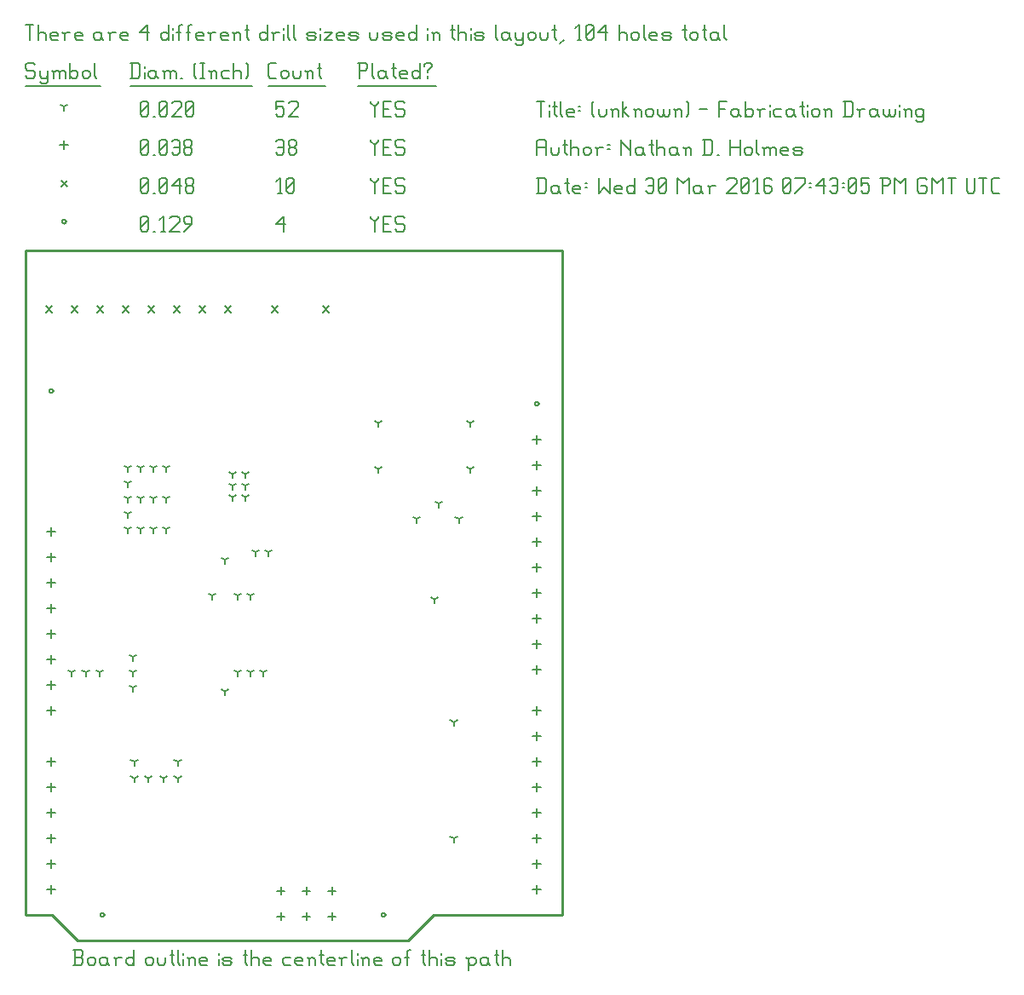
<source format=gbr>
G04 start of page 12 for group -3984 idx -3984 *
G04 Title: (unknown), fab *
G04 Creator: pcb 20140316 *
G04 CreationDate: Wed 30 Mar 2016 07:43:05 PM GMT UTC *
G04 For: ndholmes *
G04 Format: Gerber/RS-274X *
G04 PCB-Dimensions (mil): 2100.00 2700.00 *
G04 PCB-Coordinate-Origin: lower left *
%MOIN*%
%FSLAX25Y25*%
%LNFAB*%
%ADD79C,0.0100*%
%ADD78C,0.0060*%
%ADD77R,0.0080X0.0080*%
G54D77*X139200Y10000D02*G75*G03X140800Y10000I800J0D01*G01*
G75*G03X139200Y10000I-800J0D01*G01*
X199200Y210000D02*G75*G03X200800Y210000I800J0D01*G01*
G75*G03X199200Y210000I-800J0D01*G01*
X9200Y215000D02*G75*G03X10800Y215000I800J0D01*G01*
G75*G03X9200Y215000I-800J0D01*G01*
X29200Y10000D02*G75*G03X30800Y10000I800J0D01*G01*
G75*G03X29200Y10000I-800J0D01*G01*
X14200Y281250D02*G75*G03X15800Y281250I800J0D01*G01*
G75*G03X14200Y281250I-800J0D01*G01*
G54D78*X135000Y283500D02*Y282750D01*
X136500Y281250D01*
X138000Y282750D01*
Y283500D02*Y282750D01*
X136500Y281250D02*Y277500D01*
X139800Y280500D02*X142050D01*
X139800Y277500D02*X142800D01*
X139800Y283500D02*Y277500D01*
Y283500D02*X142800D01*
X147600D02*X148350Y282750D01*
X145350Y283500D02*X147600D01*
X144600Y282750D02*X145350Y283500D01*
X144600Y282750D02*Y281250D01*
X145350Y280500D01*
X147600D01*
X148350Y279750D01*
Y278250D01*
X147600Y277500D02*X148350Y278250D01*
X145350Y277500D02*X147600D01*
X144600Y278250D02*X145350Y277500D01*
X98000Y280500D02*X101000Y283500D01*
X98000Y280500D02*X101750D01*
X101000Y283500D02*Y277500D01*
X45000Y278250D02*X45750Y277500D01*
X45000Y282750D02*Y278250D01*
Y282750D02*X45750Y283500D01*
X47250D01*
X48000Y282750D01*
Y278250D01*
X47250Y277500D02*X48000Y278250D01*
X45750Y277500D02*X47250D01*
X45000Y279000D02*X48000Y282000D01*
X49800Y277500D02*X50550D01*
X53100D02*X54600D01*
X53850Y283500D02*Y277500D01*
X52350Y282000D02*X53850Y283500D01*
X56400Y282750D02*X57150Y283500D01*
X59400D01*
X60150Y282750D01*
Y281250D01*
X56400Y277500D02*X60150Y281250D01*
X56400Y277500D02*X60150D01*
X61950D02*X64950Y280500D01*
Y282750D02*Y280500D01*
X64200Y283500D02*X64950Y282750D01*
X62700Y283500D02*X64200D01*
X61950Y282750D02*X62700Y283500D01*
X61950Y282750D02*Y281250D01*
X62700Y280500D01*
X64950D01*
X77800Y248200D02*X80200Y245800D01*
X77800D02*X80200Y248200D01*
X67800D02*X70200Y245800D01*
X67800D02*X70200Y248200D01*
X57800D02*X60200Y245800D01*
X57800D02*X60200Y248200D01*
X47800D02*X50200Y245800D01*
X47800D02*X50200Y248200D01*
X37800D02*X40200Y245800D01*
X37800D02*X40200Y248200D01*
X27800D02*X30200Y245800D01*
X27800D02*X30200Y248200D01*
X17800D02*X20200Y245800D01*
X17800D02*X20200Y248200D01*
X7800D02*X10200Y245800D01*
X7800D02*X10200Y248200D01*
X116300D02*X118700Y245800D01*
X116300D02*X118700Y248200D01*
X96300D02*X98700Y245800D01*
X96300D02*X98700Y248200D01*
X13800Y297450D02*X16200Y295050D01*
X13800D02*X16200Y297450D01*
X135000Y298500D02*Y297750D01*
X136500Y296250D01*
X138000Y297750D01*
Y298500D02*Y297750D01*
X136500Y296250D02*Y292500D01*
X139800Y295500D02*X142050D01*
X139800Y292500D02*X142800D01*
X139800Y298500D02*Y292500D01*
Y298500D02*X142800D01*
X147600D02*X148350Y297750D01*
X145350Y298500D02*X147600D01*
X144600Y297750D02*X145350Y298500D01*
X144600Y297750D02*Y296250D01*
X145350Y295500D01*
X147600D01*
X148350Y294750D01*
Y293250D01*
X147600Y292500D02*X148350Y293250D01*
X145350Y292500D02*X147600D01*
X144600Y293250D02*X145350Y292500D01*
X98750D02*X100250D01*
X99500Y298500D02*Y292500D01*
X98000Y297000D02*X99500Y298500D01*
X102050Y293250D02*X102800Y292500D01*
X102050Y297750D02*Y293250D01*
Y297750D02*X102800Y298500D01*
X104300D01*
X105050Y297750D01*
Y293250D01*
X104300Y292500D02*X105050Y293250D01*
X102800Y292500D02*X104300D01*
X102050Y294000D02*X105050Y297000D01*
X45000Y293250D02*X45750Y292500D01*
X45000Y297750D02*Y293250D01*
Y297750D02*X45750Y298500D01*
X47250D01*
X48000Y297750D01*
Y293250D01*
X47250Y292500D02*X48000Y293250D01*
X45750Y292500D02*X47250D01*
X45000Y294000D02*X48000Y297000D01*
X49800Y292500D02*X50550D01*
X52350Y293250D02*X53100Y292500D01*
X52350Y297750D02*Y293250D01*
Y297750D02*X53100Y298500D01*
X54600D01*
X55350Y297750D01*
Y293250D01*
X54600Y292500D02*X55350Y293250D01*
X53100Y292500D02*X54600D01*
X52350Y294000D02*X55350Y297000D01*
X57150Y295500D02*X60150Y298500D01*
X57150Y295500D02*X60900D01*
X60150Y298500D02*Y292500D01*
X62700Y293250D02*X63450Y292500D01*
X62700Y294750D02*Y293250D01*
Y294750D02*X63450Y295500D01*
X64950D01*
X65700Y294750D01*
Y293250D01*
X64950Y292500D02*X65700Y293250D01*
X63450Y292500D02*X64950D01*
X62700Y296250D02*X63450Y295500D01*
X62700Y297750D02*Y296250D01*
Y297750D02*X63450Y298500D01*
X64950D01*
X65700Y297750D01*
Y296250D01*
X64950Y295500D02*X65700Y296250D01*
X10000Y161600D02*Y158400D01*
X8400Y160000D02*X11600D01*
X10000Y151600D02*Y148400D01*
X8400Y150000D02*X11600D01*
X10000Y141600D02*Y138400D01*
X8400Y140000D02*X11600D01*
X10000Y131600D02*Y128400D01*
X8400Y130000D02*X11600D01*
X10000Y121600D02*Y118400D01*
X8400Y120000D02*X11600D01*
X10000Y111600D02*Y108400D01*
X8400Y110000D02*X11600D01*
X10000Y101600D02*Y98400D01*
X8400Y100000D02*X11600D01*
X10000Y91600D02*Y88400D01*
X8400Y90000D02*X11600D01*
X10000Y71600D02*Y68400D01*
X8400Y70000D02*X11600D01*
X10000Y61600D02*Y58400D01*
X8400Y60000D02*X11600D01*
X10000Y51600D02*Y48400D01*
X8400Y50000D02*X11600D01*
X10000Y41600D02*Y38400D01*
X8400Y40000D02*X11600D01*
X10000Y31600D02*Y28400D01*
X8400Y30000D02*X11600D01*
X10000Y21600D02*Y18400D01*
X8400Y20000D02*X11600D01*
X200000Y21600D02*Y18400D01*
X198400Y20000D02*X201600D01*
X200000Y31600D02*Y28400D01*
X198400Y30000D02*X201600D01*
X200000Y41600D02*Y38400D01*
X198400Y40000D02*X201600D01*
X200000Y51600D02*Y48400D01*
X198400Y50000D02*X201600D01*
X200000Y61600D02*Y58400D01*
X198400Y60000D02*X201600D01*
X200000Y71600D02*Y68400D01*
X198400Y70000D02*X201600D01*
X200000Y81600D02*Y78400D01*
X198400Y80000D02*X201600D01*
X200000Y91600D02*Y88400D01*
X198400Y90000D02*X201600D01*
X200000Y107600D02*Y104400D01*
X198400Y106000D02*X201600D01*
X200000Y117600D02*Y114400D01*
X198400Y116000D02*X201600D01*
X200000Y127600D02*Y124400D01*
X198400Y126000D02*X201600D01*
X200000Y137600D02*Y134400D01*
X198400Y136000D02*X201600D01*
X200000Y147600D02*Y144400D01*
X198400Y146000D02*X201600D01*
X200000Y157600D02*Y154400D01*
X198400Y156000D02*X201600D01*
X200000Y167600D02*Y164400D01*
X198400Y166000D02*X201600D01*
X200000Y177600D02*Y174400D01*
X198400Y176000D02*X201600D01*
X200000Y187600D02*Y184400D01*
X198400Y186000D02*X201600D01*
X200000Y197600D02*Y194400D01*
X198400Y196000D02*X201600D01*
X119803Y21049D02*Y17849D01*
X118203Y19449D02*X121403D01*
X109803Y21049D02*Y17849D01*
X108203Y19449D02*X111403D01*
X99803Y21049D02*Y17849D01*
X98203Y19449D02*X101403D01*
X119803Y11049D02*Y7849D01*
X118203Y9449D02*X121403D01*
X109803Y11049D02*Y7849D01*
X108203Y9449D02*X111403D01*
X99803Y11049D02*Y7849D01*
X98203Y9449D02*X101403D01*
X15000Y312850D02*Y309650D01*
X13400Y311250D02*X16600D01*
X135000Y313500D02*Y312750D01*
X136500Y311250D01*
X138000Y312750D01*
Y313500D02*Y312750D01*
X136500Y311250D02*Y307500D01*
X139800Y310500D02*X142050D01*
X139800Y307500D02*X142800D01*
X139800Y313500D02*Y307500D01*
Y313500D02*X142800D01*
X147600D02*X148350Y312750D01*
X145350Y313500D02*X147600D01*
X144600Y312750D02*X145350Y313500D01*
X144600Y312750D02*Y311250D01*
X145350Y310500D01*
X147600D01*
X148350Y309750D01*
Y308250D01*
X147600Y307500D02*X148350Y308250D01*
X145350Y307500D02*X147600D01*
X144600Y308250D02*X145350Y307500D01*
X98000Y312750D02*X98750Y313500D01*
X100250D01*
X101000Y312750D01*
Y308250D01*
X100250Y307500D02*X101000Y308250D01*
X98750Y307500D02*X100250D01*
X98000Y308250D02*X98750Y307500D01*
Y310500D02*X101000D01*
X102800Y308250D02*X103550Y307500D01*
X102800Y309750D02*Y308250D01*
Y309750D02*X103550Y310500D01*
X105050D01*
X105800Y309750D01*
Y308250D01*
X105050Y307500D02*X105800Y308250D01*
X103550Y307500D02*X105050D01*
X102800Y311250D02*X103550Y310500D01*
X102800Y312750D02*Y311250D01*
Y312750D02*X103550Y313500D01*
X105050D01*
X105800Y312750D01*
Y311250D01*
X105050Y310500D02*X105800Y311250D01*
X45000Y308250D02*X45750Y307500D01*
X45000Y312750D02*Y308250D01*
Y312750D02*X45750Y313500D01*
X47250D01*
X48000Y312750D01*
Y308250D01*
X47250Y307500D02*X48000Y308250D01*
X45750Y307500D02*X47250D01*
X45000Y309000D02*X48000Y312000D01*
X49800Y307500D02*X50550D01*
X52350Y308250D02*X53100Y307500D01*
X52350Y312750D02*Y308250D01*
Y312750D02*X53100Y313500D01*
X54600D01*
X55350Y312750D01*
Y308250D01*
X54600Y307500D02*X55350Y308250D01*
X53100Y307500D02*X54600D01*
X52350Y309000D02*X55350Y312000D01*
X57150Y312750D02*X57900Y313500D01*
X59400D01*
X60150Y312750D01*
Y308250D01*
X59400Y307500D02*X60150Y308250D01*
X57900Y307500D02*X59400D01*
X57150Y308250D02*X57900Y307500D01*
Y310500D02*X60150D01*
X61950Y308250D02*X62700Y307500D01*
X61950Y309750D02*Y308250D01*
Y309750D02*X62700Y310500D01*
X64200D01*
X64950Y309750D01*
Y308250D01*
X64200Y307500D02*X64950Y308250D01*
X62700Y307500D02*X64200D01*
X61950Y311250D02*X62700Y310500D01*
X61950Y312750D02*Y311250D01*
Y312750D02*X62700Y313500D01*
X64200D01*
X64950Y312750D01*
Y311250D01*
X64200Y310500D02*X64950Y311250D01*
X160000Y133500D02*Y131900D01*
Y133500D02*X161387Y134300D01*
X160000Y133500D02*X158613Y134300D01*
X169500Y165000D02*Y163400D01*
Y165000D02*X170887Y165800D01*
X169500Y165000D02*X168113Y165800D01*
X153000Y165000D02*Y163400D01*
Y165000D02*X154387Y165800D01*
X153000Y165000D02*X151613Y165800D01*
X42000Y111000D02*Y109400D01*
Y111000D02*X43387Y111800D01*
X42000Y111000D02*X40613Y111800D01*
X42000Y105000D02*Y103400D01*
Y105000D02*X43387Y105800D01*
X42000Y105000D02*X40613Y105800D01*
X42000Y99000D02*Y97400D01*
Y99000D02*X43387Y99800D01*
X42000Y99000D02*X40613Y99800D01*
X18000Y105000D02*Y103400D01*
Y105000D02*X19387Y105800D01*
X18000Y105000D02*X16613Y105800D01*
X23500Y105000D02*Y103400D01*
Y105000D02*X24887Y105800D01*
X23500Y105000D02*X22113Y105800D01*
X29000Y105000D02*Y103400D01*
Y105000D02*X30387Y105800D01*
X29000Y105000D02*X27613Y105800D01*
X73000Y135000D02*Y133400D01*
Y135000D02*X74387Y135800D01*
X73000Y135000D02*X71613Y135800D01*
X83000Y135000D02*Y133400D01*
Y135000D02*X84387Y135800D01*
X83000Y135000D02*X81613Y135800D01*
X78000Y97500D02*Y95900D01*
Y97500D02*X79387Y98300D01*
X78000Y97500D02*X76613Y98300D01*
X83000Y105000D02*Y103400D01*
Y105000D02*X84387Y105800D01*
X83000Y105000D02*X81613Y105800D01*
X88000Y105000D02*Y103400D01*
Y105000D02*X89387Y105800D01*
X88000Y105000D02*X86613Y105800D01*
X93000Y105000D02*Y103400D01*
Y105000D02*X94387Y105800D01*
X93000Y105000D02*X91613Y105800D01*
X55000Y185000D02*Y183400D01*
Y185000D02*X56387Y185800D01*
X55000Y185000D02*X53613Y185800D01*
X50000Y185000D02*Y183400D01*
Y185000D02*X51387Y185800D01*
X50000Y185000D02*X48613Y185800D01*
X55000Y173000D02*Y171400D01*
Y173000D02*X56387Y173800D01*
X55000Y173000D02*X53613Y173800D01*
X50000Y173000D02*Y171400D01*
Y173000D02*X51387Y173800D01*
X50000Y173000D02*X48613Y173800D01*
X55000Y161000D02*Y159400D01*
Y161000D02*X56387Y161800D01*
X55000Y161000D02*X53613Y161800D01*
X50000Y161000D02*Y159400D01*
Y161000D02*X51387Y161800D01*
X50000Y161000D02*X48613Y161800D01*
X45000Y185000D02*Y183400D01*
Y185000D02*X46387Y185800D01*
X45000Y185000D02*X43613Y185800D01*
X40000Y185000D02*Y183400D01*
Y185000D02*X41387Y185800D01*
X40000Y185000D02*X38613Y185800D01*
X45000Y173000D02*Y171400D01*
Y173000D02*X46387Y173800D01*
X45000Y173000D02*X43613Y173800D01*
X40000Y173000D02*Y171400D01*
Y173000D02*X41387Y173800D01*
X40000Y173000D02*X38613Y173800D01*
X45000Y161000D02*Y159400D01*
Y161000D02*X46387Y161800D01*
X45000Y161000D02*X43613Y161800D01*
X40000Y161000D02*Y159400D01*
Y161000D02*X41387Y161800D01*
X40000Y161000D02*X38613Y161800D01*
X40000Y179000D02*Y177400D01*
Y179000D02*X41387Y179800D01*
X40000Y179000D02*X38613Y179800D01*
X40000Y167000D02*Y165400D01*
Y167000D02*X41387Y167800D01*
X40000Y167000D02*X38613Y167800D01*
X90000Y152000D02*Y150400D01*
Y152000D02*X91387Y152800D01*
X90000Y152000D02*X88613Y152800D01*
X95000Y152000D02*Y150400D01*
Y152000D02*X96387Y152800D01*
X95000Y152000D02*X93613Y152800D01*
X81000Y173500D02*Y171900D01*
Y173500D02*X82387Y174300D01*
X81000Y173500D02*X79613Y174300D01*
X86000Y173500D02*Y171900D01*
Y173500D02*X87387Y174300D01*
X86000Y173500D02*X84613Y174300D01*
X81000Y182500D02*Y180900D01*
Y182500D02*X82387Y183300D01*
X81000Y182500D02*X79613Y183300D01*
X86000Y182500D02*Y180900D01*
Y182500D02*X87387Y183300D01*
X86000Y182500D02*X84613Y183300D01*
X81000Y178000D02*Y176400D01*
Y178000D02*X82387Y178800D01*
X81000Y178000D02*X79613Y178800D01*
X86000Y178000D02*Y176400D01*
Y178000D02*X87387Y178800D01*
X86000Y178000D02*X84613Y178800D01*
X88000Y135000D02*Y133400D01*
Y135000D02*X89387Y135800D01*
X88000Y135000D02*X86613Y135800D01*
X167500Y85500D02*Y83900D01*
Y85500D02*X168887Y86300D01*
X167500Y85500D02*X166113Y86300D01*
X167500Y40000D02*Y38400D01*
Y40000D02*X168887Y40800D01*
X167500Y40000D02*X166113Y40800D01*
X161600Y171000D02*Y169400D01*
Y171000D02*X162987Y171800D01*
X161600Y171000D02*X160213Y171800D01*
X78000Y149000D02*Y147400D01*
Y149000D02*X79387Y149800D01*
X78000Y149000D02*X76613Y149800D01*
X54000Y63500D02*Y61900D01*
Y63500D02*X55387Y64300D01*
X54000Y63500D02*X52613Y64300D01*
X48000Y63500D02*Y61900D01*
Y63500D02*X49387Y64300D01*
X48000Y63500D02*X46613Y64300D01*
X42500Y63500D02*Y61900D01*
Y63500D02*X43887Y64300D01*
X42500Y63500D02*X41113Y64300D01*
X42500Y70000D02*Y68400D01*
Y70000D02*X43887Y70800D01*
X42500Y70000D02*X41113Y70800D01*
X59500Y70000D02*Y68400D01*
Y70000D02*X60887Y70800D01*
X59500Y70000D02*X58113Y70800D01*
X59500Y63500D02*Y61900D01*
Y63500D02*X60887Y64300D01*
X59500Y63500D02*X58113Y64300D01*
X138000Y202500D02*Y200900D01*
Y202500D02*X139387Y203300D01*
X138000Y202500D02*X136613Y203300D01*
X138000Y184500D02*Y182900D01*
Y184500D02*X139387Y185300D01*
X138000Y184500D02*X136613Y185300D01*
X174000Y202500D02*Y200900D01*
Y202500D02*X175387Y203300D01*
X174000Y202500D02*X172613Y203300D01*
X174000Y184500D02*Y182900D01*
Y184500D02*X175387Y185300D01*
X174000Y184500D02*X172613Y185300D01*
X15000Y326250D02*Y324650D01*
Y326250D02*X16387Y327050D01*
X15000Y326250D02*X13613Y327050D01*
X135000Y328500D02*Y327750D01*
X136500Y326250D01*
X138000Y327750D01*
Y328500D02*Y327750D01*
X136500Y326250D02*Y322500D01*
X139800Y325500D02*X142050D01*
X139800Y322500D02*X142800D01*
X139800Y328500D02*Y322500D01*
Y328500D02*X142800D01*
X147600D02*X148350Y327750D01*
X145350Y328500D02*X147600D01*
X144600Y327750D02*X145350Y328500D01*
X144600Y327750D02*Y326250D01*
X145350Y325500D01*
X147600D01*
X148350Y324750D01*
Y323250D01*
X147600Y322500D02*X148350Y323250D01*
X145350Y322500D02*X147600D01*
X144600Y323250D02*X145350Y322500D01*
X98000Y328500D02*X101000D01*
X98000D02*Y325500D01*
X98750Y326250D01*
X100250D01*
X101000Y325500D01*
Y323250D01*
X100250Y322500D02*X101000Y323250D01*
X98750Y322500D02*X100250D01*
X98000Y323250D02*X98750Y322500D01*
X102800Y327750D02*X103550Y328500D01*
X105800D01*
X106550Y327750D01*
Y326250D01*
X102800Y322500D02*X106550Y326250D01*
X102800Y322500D02*X106550D01*
X45000Y323250D02*X45750Y322500D01*
X45000Y327750D02*Y323250D01*
Y327750D02*X45750Y328500D01*
X47250D01*
X48000Y327750D01*
Y323250D01*
X47250Y322500D02*X48000Y323250D01*
X45750Y322500D02*X47250D01*
X45000Y324000D02*X48000Y327000D01*
X49800Y322500D02*X50550D01*
X52350Y323250D02*X53100Y322500D01*
X52350Y327750D02*Y323250D01*
Y327750D02*X53100Y328500D01*
X54600D01*
X55350Y327750D01*
Y323250D01*
X54600Y322500D02*X55350Y323250D01*
X53100Y322500D02*X54600D01*
X52350Y324000D02*X55350Y327000D01*
X57150Y327750D02*X57900Y328500D01*
X60150D01*
X60900Y327750D01*
Y326250D01*
X57150Y322500D02*X60900Y326250D01*
X57150Y322500D02*X60900D01*
X62700Y323250D02*X63450Y322500D01*
X62700Y327750D02*Y323250D01*
Y327750D02*X63450Y328500D01*
X64950D01*
X65700Y327750D01*
Y323250D01*
X64950Y322500D02*X65700Y323250D01*
X63450Y322500D02*X64950D01*
X62700Y324000D02*X65700Y327000D01*
X3000Y343500D02*X3750Y342750D01*
X750Y343500D02*X3000D01*
X0Y342750D02*X750Y343500D01*
X0Y342750D02*Y341250D01*
X750Y340500D01*
X3000D01*
X3750Y339750D01*
Y338250D01*
X3000Y337500D02*X3750Y338250D01*
X750Y337500D02*X3000D01*
X0Y338250D02*X750Y337500D01*
X5550Y340500D02*Y338250D01*
X6300Y337500D01*
X8550Y340500D02*Y336000D01*
X7800Y335250D02*X8550Y336000D01*
X6300Y335250D02*X7800D01*
X5550Y336000D02*X6300Y335250D01*
Y337500D02*X7800D01*
X8550Y338250D01*
X11100Y339750D02*Y337500D01*
Y339750D02*X11850Y340500D01*
X12600D01*
X13350Y339750D01*
Y337500D01*
Y339750D02*X14100Y340500D01*
X14850D01*
X15600Y339750D01*
Y337500D01*
X10350Y340500D02*X11100Y339750D01*
X17400Y343500D02*Y337500D01*
Y338250D02*X18150Y337500D01*
X19650D01*
X20400Y338250D01*
Y339750D02*Y338250D01*
X19650Y340500D02*X20400Y339750D01*
X18150Y340500D02*X19650D01*
X17400Y339750D02*X18150Y340500D01*
X22200Y339750D02*Y338250D01*
Y339750D02*X22950Y340500D01*
X24450D01*
X25200Y339750D01*
Y338250D01*
X24450Y337500D02*X25200Y338250D01*
X22950Y337500D02*X24450D01*
X22200Y338250D02*X22950Y337500D01*
X27000Y343500D02*Y338250D01*
X27750Y337500D01*
X0Y334250D02*X29250D01*
X41750Y343500D02*Y337500D01*
X44000Y343500D02*X44750Y342750D01*
Y338250D01*
X44000Y337500D02*X44750Y338250D01*
X41000Y337500D02*X44000D01*
X41000Y343500D02*X44000D01*
X46550Y342000D02*Y341250D01*
Y339750D02*Y337500D01*
X50300Y340500D02*X51050Y339750D01*
X48800Y340500D02*X50300D01*
X48050Y339750D02*X48800Y340500D01*
X48050Y339750D02*Y338250D01*
X48800Y337500D01*
X51050Y340500D02*Y338250D01*
X51800Y337500D01*
X48800D02*X50300D01*
X51050Y338250D01*
X54350Y339750D02*Y337500D01*
Y339750D02*X55100Y340500D01*
X55850D01*
X56600Y339750D01*
Y337500D01*
Y339750D02*X57350Y340500D01*
X58100D01*
X58850Y339750D01*
Y337500D01*
X53600Y340500D02*X54350Y339750D01*
X60650Y337500D02*X61400D01*
X65900Y338250D02*X66650Y337500D01*
X65900Y342750D02*X66650Y343500D01*
X65900Y342750D02*Y338250D01*
X68450Y343500D02*X69950D01*
X69200D02*Y337500D01*
X68450D02*X69950D01*
X72500Y339750D02*Y337500D01*
Y339750D02*X73250Y340500D01*
X74000D01*
X74750Y339750D01*
Y337500D01*
X71750Y340500D02*X72500Y339750D01*
X77300Y340500D02*X79550D01*
X76550Y339750D02*X77300Y340500D01*
X76550Y339750D02*Y338250D01*
X77300Y337500D01*
X79550D01*
X81350Y343500D02*Y337500D01*
Y339750D02*X82100Y340500D01*
X83600D01*
X84350Y339750D01*
Y337500D01*
X86150Y343500D02*X86900Y342750D01*
Y338250D01*
X86150Y337500D02*X86900Y338250D01*
X41000Y334250D02*X88700D01*
X95750Y337500D02*X98000D01*
X95000Y338250D02*X95750Y337500D01*
X95000Y342750D02*Y338250D01*
Y342750D02*X95750Y343500D01*
X98000D01*
X99800Y339750D02*Y338250D01*
Y339750D02*X100550Y340500D01*
X102050D01*
X102800Y339750D01*
Y338250D01*
X102050Y337500D02*X102800Y338250D01*
X100550Y337500D02*X102050D01*
X99800Y338250D02*X100550Y337500D01*
X104600Y340500D02*Y338250D01*
X105350Y337500D01*
X106850D01*
X107600Y338250D01*
Y340500D02*Y338250D01*
X110150Y339750D02*Y337500D01*
Y339750D02*X110900Y340500D01*
X111650D01*
X112400Y339750D01*
Y337500D01*
X109400Y340500D02*X110150Y339750D01*
X114950Y343500D02*Y338250D01*
X115700Y337500D01*
X114200Y341250D02*X115700D01*
X95000Y334250D02*X117200D01*
X130750Y343500D02*Y337500D01*
X130000Y343500D02*X133000D01*
X133750Y342750D01*
Y341250D01*
X133000Y340500D02*X133750Y341250D01*
X130750Y340500D02*X133000D01*
X135550Y343500D02*Y338250D01*
X136300Y337500D01*
X140050Y340500D02*X140800Y339750D01*
X138550Y340500D02*X140050D01*
X137800Y339750D02*X138550Y340500D01*
X137800Y339750D02*Y338250D01*
X138550Y337500D01*
X140800Y340500D02*Y338250D01*
X141550Y337500D01*
X138550D02*X140050D01*
X140800Y338250D01*
X144100Y343500D02*Y338250D01*
X144850Y337500D01*
X143350Y341250D02*X144850D01*
X147100Y337500D02*X149350D01*
X146350Y338250D02*X147100Y337500D01*
X146350Y339750D02*Y338250D01*
Y339750D02*X147100Y340500D01*
X148600D01*
X149350Y339750D01*
X146350Y339000D02*X149350D01*
Y339750D02*Y339000D01*
X154150Y343500D02*Y337500D01*
X153400D02*X154150Y338250D01*
X151900Y337500D02*X153400D01*
X151150Y338250D02*X151900Y337500D01*
X151150Y339750D02*Y338250D01*
Y339750D02*X151900Y340500D01*
X153400D01*
X154150Y339750D01*
X157450Y340500D02*Y339750D01*
Y338250D02*Y337500D01*
X155950Y342750D02*Y342000D01*
Y342750D02*X156700Y343500D01*
X158200D01*
X158950Y342750D01*
Y342000D01*
X157450Y340500D02*X158950Y342000D01*
X130000Y334250D02*X160750D01*
X0Y358500D02*X3000D01*
X1500D02*Y352500D01*
X4800Y358500D02*Y352500D01*
Y354750D02*X5550Y355500D01*
X7050D01*
X7800Y354750D01*
Y352500D01*
X10350D02*X12600D01*
X9600Y353250D02*X10350Y352500D01*
X9600Y354750D02*Y353250D01*
Y354750D02*X10350Y355500D01*
X11850D01*
X12600Y354750D01*
X9600Y354000D02*X12600D01*
Y354750D02*Y354000D01*
X15150Y354750D02*Y352500D01*
Y354750D02*X15900Y355500D01*
X17400D01*
X14400D02*X15150Y354750D01*
X19950Y352500D02*X22200D01*
X19200Y353250D02*X19950Y352500D01*
X19200Y354750D02*Y353250D01*
Y354750D02*X19950Y355500D01*
X21450D01*
X22200Y354750D01*
X19200Y354000D02*X22200D01*
Y354750D02*Y354000D01*
X28950Y355500D02*X29700Y354750D01*
X27450Y355500D02*X28950D01*
X26700Y354750D02*X27450Y355500D01*
X26700Y354750D02*Y353250D01*
X27450Y352500D01*
X29700Y355500D02*Y353250D01*
X30450Y352500D01*
X27450D02*X28950D01*
X29700Y353250D01*
X33000Y354750D02*Y352500D01*
Y354750D02*X33750Y355500D01*
X35250D01*
X32250D02*X33000Y354750D01*
X37800Y352500D02*X40050D01*
X37050Y353250D02*X37800Y352500D01*
X37050Y354750D02*Y353250D01*
Y354750D02*X37800Y355500D01*
X39300D01*
X40050Y354750D01*
X37050Y354000D02*X40050D01*
Y354750D02*Y354000D01*
X44550Y355500D02*X47550Y358500D01*
X44550Y355500D02*X48300D01*
X47550Y358500D02*Y352500D01*
X55800Y358500D02*Y352500D01*
X55050D02*X55800Y353250D01*
X53550Y352500D02*X55050D01*
X52800Y353250D02*X53550Y352500D01*
X52800Y354750D02*Y353250D01*
Y354750D02*X53550Y355500D01*
X55050D01*
X55800Y354750D01*
X57600Y357000D02*Y356250D01*
Y354750D02*Y352500D01*
X59850Y357750D02*Y352500D01*
Y357750D02*X60600Y358500D01*
X61350D01*
X59100Y355500D02*X60600D01*
X63600Y357750D02*Y352500D01*
Y357750D02*X64350Y358500D01*
X65100D01*
X62850Y355500D02*X64350D01*
X67350Y352500D02*X69600D01*
X66600Y353250D02*X67350Y352500D01*
X66600Y354750D02*Y353250D01*
Y354750D02*X67350Y355500D01*
X68850D01*
X69600Y354750D01*
X66600Y354000D02*X69600D01*
Y354750D02*Y354000D01*
X72150Y354750D02*Y352500D01*
Y354750D02*X72900Y355500D01*
X74400D01*
X71400D02*X72150Y354750D01*
X76950Y352500D02*X79200D01*
X76200Y353250D02*X76950Y352500D01*
X76200Y354750D02*Y353250D01*
Y354750D02*X76950Y355500D01*
X78450D01*
X79200Y354750D01*
X76200Y354000D02*X79200D01*
Y354750D02*Y354000D01*
X81750Y354750D02*Y352500D01*
Y354750D02*X82500Y355500D01*
X83250D01*
X84000Y354750D01*
Y352500D01*
X81000Y355500D02*X81750Y354750D01*
X86550Y358500D02*Y353250D01*
X87300Y352500D01*
X85800Y356250D02*X87300D01*
X94500Y358500D02*Y352500D01*
X93750D02*X94500Y353250D01*
X92250Y352500D02*X93750D01*
X91500Y353250D02*X92250Y352500D01*
X91500Y354750D02*Y353250D01*
Y354750D02*X92250Y355500D01*
X93750D01*
X94500Y354750D01*
X97050D02*Y352500D01*
Y354750D02*X97800Y355500D01*
X99300D01*
X96300D02*X97050Y354750D01*
X101100Y357000D02*Y356250D01*
Y354750D02*Y352500D01*
X102600Y358500D02*Y353250D01*
X103350Y352500D01*
X104850Y358500D02*Y353250D01*
X105600Y352500D01*
X110550D02*X112800D01*
X113550Y353250D01*
X112800Y354000D02*X113550Y353250D01*
X110550Y354000D02*X112800D01*
X109800Y354750D02*X110550Y354000D01*
X109800Y354750D02*X110550Y355500D01*
X112800D01*
X113550Y354750D01*
X109800Y353250D02*X110550Y352500D01*
X115350Y357000D02*Y356250D01*
Y354750D02*Y352500D01*
X116850Y355500D02*X119850D01*
X116850Y352500D02*X119850Y355500D01*
X116850Y352500D02*X119850D01*
X122400D02*X124650D01*
X121650Y353250D02*X122400Y352500D01*
X121650Y354750D02*Y353250D01*
Y354750D02*X122400Y355500D01*
X123900D01*
X124650Y354750D01*
X121650Y354000D02*X124650D01*
Y354750D02*Y354000D01*
X127200Y352500D02*X129450D01*
X130200Y353250D01*
X129450Y354000D02*X130200Y353250D01*
X127200Y354000D02*X129450D01*
X126450Y354750D02*X127200Y354000D01*
X126450Y354750D02*X127200Y355500D01*
X129450D01*
X130200Y354750D01*
X126450Y353250D02*X127200Y352500D01*
X134700Y355500D02*Y353250D01*
X135450Y352500D01*
X136950D01*
X137700Y353250D01*
Y355500D02*Y353250D01*
X140250Y352500D02*X142500D01*
X143250Y353250D01*
X142500Y354000D02*X143250Y353250D01*
X140250Y354000D02*X142500D01*
X139500Y354750D02*X140250Y354000D01*
X139500Y354750D02*X140250Y355500D01*
X142500D01*
X143250Y354750D01*
X139500Y353250D02*X140250Y352500D01*
X145800D02*X148050D01*
X145050Y353250D02*X145800Y352500D01*
X145050Y354750D02*Y353250D01*
Y354750D02*X145800Y355500D01*
X147300D01*
X148050Y354750D01*
X145050Y354000D02*X148050D01*
Y354750D02*Y354000D01*
X152850Y358500D02*Y352500D01*
X152100D02*X152850Y353250D01*
X150600Y352500D02*X152100D01*
X149850Y353250D02*X150600Y352500D01*
X149850Y354750D02*Y353250D01*
Y354750D02*X150600Y355500D01*
X152100D01*
X152850Y354750D01*
X157350Y357000D02*Y356250D01*
Y354750D02*Y352500D01*
X159600Y354750D02*Y352500D01*
Y354750D02*X160350Y355500D01*
X161100D01*
X161850Y354750D01*
Y352500D01*
X158850Y355500D02*X159600Y354750D01*
X167100Y358500D02*Y353250D01*
X167850Y352500D01*
X166350Y356250D02*X167850D01*
X169350Y358500D02*Y352500D01*
Y354750D02*X170100Y355500D01*
X171600D01*
X172350Y354750D01*
Y352500D01*
X174150Y357000D02*Y356250D01*
Y354750D02*Y352500D01*
X176400D02*X178650D01*
X179400Y353250D01*
X178650Y354000D02*X179400Y353250D01*
X176400Y354000D02*X178650D01*
X175650Y354750D02*X176400Y354000D01*
X175650Y354750D02*X176400Y355500D01*
X178650D01*
X179400Y354750D01*
X175650Y353250D02*X176400Y352500D01*
X183900Y358500D02*Y353250D01*
X184650Y352500D01*
X188400Y355500D02*X189150Y354750D01*
X186900Y355500D02*X188400D01*
X186150Y354750D02*X186900Y355500D01*
X186150Y354750D02*Y353250D01*
X186900Y352500D01*
X189150Y355500D02*Y353250D01*
X189900Y352500D01*
X186900D02*X188400D01*
X189150Y353250D01*
X191700Y355500D02*Y353250D01*
X192450Y352500D01*
X194700Y355500D02*Y351000D01*
X193950Y350250D02*X194700Y351000D01*
X192450Y350250D02*X193950D01*
X191700Y351000D02*X192450Y350250D01*
Y352500D02*X193950D01*
X194700Y353250D01*
X196500Y354750D02*Y353250D01*
Y354750D02*X197250Y355500D01*
X198750D01*
X199500Y354750D01*
Y353250D01*
X198750Y352500D02*X199500Y353250D01*
X197250Y352500D02*X198750D01*
X196500Y353250D02*X197250Y352500D01*
X201300Y355500D02*Y353250D01*
X202050Y352500D01*
X203550D01*
X204300Y353250D01*
Y355500D02*Y353250D01*
X206850Y358500D02*Y353250D01*
X207600Y352500D01*
X206100Y356250D02*X207600D01*
X209100Y351000D02*X210600Y352500D01*
X215850D02*X217350D01*
X216600Y358500D02*Y352500D01*
X215100Y357000D02*X216600Y358500D01*
X219150Y353250D02*X219900Y352500D01*
X219150Y357750D02*Y353250D01*
Y357750D02*X219900Y358500D01*
X221400D01*
X222150Y357750D01*
Y353250D01*
X221400Y352500D02*X222150Y353250D01*
X219900Y352500D02*X221400D01*
X219150Y354000D02*X222150Y357000D01*
X223950Y355500D02*X226950Y358500D01*
X223950Y355500D02*X227700D01*
X226950Y358500D02*Y352500D01*
X232200Y358500D02*Y352500D01*
Y354750D02*X232950Y355500D01*
X234450D01*
X235200Y354750D01*
Y352500D01*
X237000Y354750D02*Y353250D01*
Y354750D02*X237750Y355500D01*
X239250D01*
X240000Y354750D01*
Y353250D01*
X239250Y352500D02*X240000Y353250D01*
X237750Y352500D02*X239250D01*
X237000Y353250D02*X237750Y352500D01*
X241800Y358500D02*Y353250D01*
X242550Y352500D01*
X244800D02*X247050D01*
X244050Y353250D02*X244800Y352500D01*
X244050Y354750D02*Y353250D01*
Y354750D02*X244800Y355500D01*
X246300D01*
X247050Y354750D01*
X244050Y354000D02*X247050D01*
Y354750D02*Y354000D01*
X249600Y352500D02*X251850D01*
X252600Y353250D01*
X251850Y354000D02*X252600Y353250D01*
X249600Y354000D02*X251850D01*
X248850Y354750D02*X249600Y354000D01*
X248850Y354750D02*X249600Y355500D01*
X251850D01*
X252600Y354750D01*
X248850Y353250D02*X249600Y352500D01*
X257850Y358500D02*Y353250D01*
X258600Y352500D01*
X257100Y356250D02*X258600D01*
X260100Y354750D02*Y353250D01*
Y354750D02*X260850Y355500D01*
X262350D01*
X263100Y354750D01*
Y353250D01*
X262350Y352500D02*X263100Y353250D01*
X260850Y352500D02*X262350D01*
X260100Y353250D02*X260850Y352500D01*
X265650Y358500D02*Y353250D01*
X266400Y352500D01*
X264900Y356250D02*X266400D01*
X270150Y355500D02*X270900Y354750D01*
X268650Y355500D02*X270150D01*
X267900Y354750D02*X268650Y355500D01*
X267900Y354750D02*Y353250D01*
X268650Y352500D01*
X270900Y355500D02*Y353250D01*
X271650Y352500D01*
X268650D02*X270150D01*
X270900Y353250D01*
X273450Y358500D02*Y353250D01*
X274200Y352500D01*
G54D79*X0Y270000D02*Y10000D01*
X210000D02*Y270000D01*
X0D01*
Y10000D02*X10300D01*
X20300Y0D01*
X149700D01*
X159700Y10000D01*
X210000D01*
G54D78*X18675Y-9500D02*X21675D01*
X22425Y-8750D01*
Y-7250D02*Y-8750D01*
X21675Y-6500D02*X22425Y-7250D01*
X19425Y-6500D02*X21675D01*
X19425Y-3500D02*Y-9500D01*
X18675Y-3500D02*X21675D01*
X22425Y-4250D01*
Y-5750D01*
X21675Y-6500D02*X22425Y-5750D01*
X24225Y-7250D02*Y-8750D01*
Y-7250D02*X24975Y-6500D01*
X26475D01*
X27225Y-7250D01*
Y-8750D01*
X26475Y-9500D02*X27225Y-8750D01*
X24975Y-9500D02*X26475D01*
X24225Y-8750D02*X24975Y-9500D01*
X31275Y-6500D02*X32025Y-7250D01*
X29775Y-6500D02*X31275D01*
X29025Y-7250D02*X29775Y-6500D01*
X29025Y-7250D02*Y-8750D01*
X29775Y-9500D01*
X32025Y-6500D02*Y-8750D01*
X32775Y-9500D01*
X29775D02*X31275D01*
X32025Y-8750D01*
X35325Y-7250D02*Y-9500D01*
Y-7250D02*X36075Y-6500D01*
X37575D01*
X34575D02*X35325Y-7250D01*
X42375Y-3500D02*Y-9500D01*
X41625D02*X42375Y-8750D01*
X40125Y-9500D02*X41625D01*
X39375Y-8750D02*X40125Y-9500D01*
X39375Y-7250D02*Y-8750D01*
Y-7250D02*X40125Y-6500D01*
X41625D01*
X42375Y-7250D01*
X46875D02*Y-8750D01*
Y-7250D02*X47625Y-6500D01*
X49125D01*
X49875Y-7250D01*
Y-8750D01*
X49125Y-9500D02*X49875Y-8750D01*
X47625Y-9500D02*X49125D01*
X46875Y-8750D02*X47625Y-9500D01*
X51675Y-6500D02*Y-8750D01*
X52425Y-9500D01*
X53925D01*
X54675Y-8750D01*
Y-6500D02*Y-8750D01*
X57225Y-3500D02*Y-8750D01*
X57975Y-9500D01*
X56475Y-5750D02*X57975D01*
X59475Y-3500D02*Y-8750D01*
X60225Y-9500D01*
X61725Y-5000D02*Y-5750D01*
Y-7250D02*Y-9500D01*
X63975Y-7250D02*Y-9500D01*
Y-7250D02*X64725Y-6500D01*
X65475D01*
X66225Y-7250D01*
Y-9500D01*
X63225Y-6500D02*X63975Y-7250D01*
X68775Y-9500D02*X71025D01*
X68025Y-8750D02*X68775Y-9500D01*
X68025Y-7250D02*Y-8750D01*
Y-7250D02*X68775Y-6500D01*
X70275D01*
X71025Y-7250D01*
X68025Y-8000D02*X71025D01*
Y-7250D02*Y-8000D01*
X75525Y-5000D02*Y-5750D01*
Y-7250D02*Y-9500D01*
X77775D02*X80025D01*
X80775Y-8750D01*
X80025Y-8000D02*X80775Y-8750D01*
X77775Y-8000D02*X80025D01*
X77025Y-7250D02*X77775Y-8000D01*
X77025Y-7250D02*X77775Y-6500D01*
X80025D01*
X80775Y-7250D01*
X77025Y-8750D02*X77775Y-9500D01*
X86025Y-3500D02*Y-8750D01*
X86775Y-9500D01*
X85275Y-5750D02*X86775D01*
X88275Y-3500D02*Y-9500D01*
Y-7250D02*X89025Y-6500D01*
X90525D01*
X91275Y-7250D01*
Y-9500D01*
X93825D02*X96075D01*
X93075Y-8750D02*X93825Y-9500D01*
X93075Y-7250D02*Y-8750D01*
Y-7250D02*X93825Y-6500D01*
X95325D01*
X96075Y-7250D01*
X93075Y-8000D02*X96075D01*
Y-7250D02*Y-8000D01*
X101325Y-6500D02*X103575D01*
X100575Y-7250D02*X101325Y-6500D01*
X100575Y-7250D02*Y-8750D01*
X101325Y-9500D01*
X103575D01*
X106125D02*X108375D01*
X105375Y-8750D02*X106125Y-9500D01*
X105375Y-7250D02*Y-8750D01*
Y-7250D02*X106125Y-6500D01*
X107625D01*
X108375Y-7250D01*
X105375Y-8000D02*X108375D01*
Y-7250D02*Y-8000D01*
X110925Y-7250D02*Y-9500D01*
Y-7250D02*X111675Y-6500D01*
X112425D01*
X113175Y-7250D01*
Y-9500D01*
X110175Y-6500D02*X110925Y-7250D01*
X115725Y-3500D02*Y-8750D01*
X116475Y-9500D01*
X114975Y-5750D02*X116475D01*
X118725Y-9500D02*X120975D01*
X117975Y-8750D02*X118725Y-9500D01*
X117975Y-7250D02*Y-8750D01*
Y-7250D02*X118725Y-6500D01*
X120225D01*
X120975Y-7250D01*
X117975Y-8000D02*X120975D01*
Y-7250D02*Y-8000D01*
X123525Y-7250D02*Y-9500D01*
Y-7250D02*X124275Y-6500D01*
X125775D01*
X122775D02*X123525Y-7250D01*
X127575Y-3500D02*Y-8750D01*
X128325Y-9500D01*
X129825Y-5000D02*Y-5750D01*
Y-7250D02*Y-9500D01*
X132075Y-7250D02*Y-9500D01*
Y-7250D02*X132825Y-6500D01*
X133575D01*
X134325Y-7250D01*
Y-9500D01*
X131325Y-6500D02*X132075Y-7250D01*
X136875Y-9500D02*X139125D01*
X136125Y-8750D02*X136875Y-9500D01*
X136125Y-7250D02*Y-8750D01*
Y-7250D02*X136875Y-6500D01*
X138375D01*
X139125Y-7250D01*
X136125Y-8000D02*X139125D01*
Y-7250D02*Y-8000D01*
X143625Y-7250D02*Y-8750D01*
Y-7250D02*X144375Y-6500D01*
X145875D01*
X146625Y-7250D01*
Y-8750D01*
X145875Y-9500D02*X146625Y-8750D01*
X144375Y-9500D02*X145875D01*
X143625Y-8750D02*X144375Y-9500D01*
X149175Y-4250D02*Y-9500D01*
Y-4250D02*X149925Y-3500D01*
X150675D01*
X148425Y-6500D02*X149925D01*
X155625Y-3500D02*Y-8750D01*
X156375Y-9500D01*
X154875Y-5750D02*X156375D01*
X157875Y-3500D02*Y-9500D01*
Y-7250D02*X158625Y-6500D01*
X160125D01*
X160875Y-7250D01*
Y-9500D01*
X162675Y-5000D02*Y-5750D01*
Y-7250D02*Y-9500D01*
X164925D02*X167175D01*
X167925Y-8750D01*
X167175Y-8000D02*X167925Y-8750D01*
X164925Y-8000D02*X167175D01*
X164175Y-7250D02*X164925Y-8000D01*
X164175Y-7250D02*X164925Y-6500D01*
X167175D01*
X167925Y-7250D01*
X164175Y-8750D02*X164925Y-9500D01*
X173175Y-7250D02*Y-11750D01*
X172425Y-6500D02*X173175Y-7250D01*
X173925Y-6500D01*
X175425D01*
X176175Y-7250D01*
Y-8750D01*
X175425Y-9500D02*X176175Y-8750D01*
X173925Y-9500D02*X175425D01*
X173175Y-8750D02*X173925Y-9500D01*
X180225Y-6500D02*X180975Y-7250D01*
X178725Y-6500D02*X180225D01*
X177975Y-7250D02*X178725Y-6500D01*
X177975Y-7250D02*Y-8750D01*
X178725Y-9500D01*
X180975Y-6500D02*Y-8750D01*
X181725Y-9500D01*
X178725D02*X180225D01*
X180975Y-8750D01*
X184275Y-3500D02*Y-8750D01*
X185025Y-9500D01*
X183525Y-5750D02*X185025D01*
X186525Y-3500D02*Y-9500D01*
Y-7250D02*X187275Y-6500D01*
X188775D01*
X189525Y-7250D01*
Y-9500D01*
X200750Y298500D02*Y292500D01*
X203000Y298500D02*X203750Y297750D01*
Y293250D01*
X203000Y292500D02*X203750Y293250D01*
X200000Y292500D02*X203000D01*
X200000Y298500D02*X203000D01*
X207800Y295500D02*X208550Y294750D01*
X206300Y295500D02*X207800D01*
X205550Y294750D02*X206300Y295500D01*
X205550Y294750D02*Y293250D01*
X206300Y292500D01*
X208550Y295500D02*Y293250D01*
X209300Y292500D01*
X206300D02*X207800D01*
X208550Y293250D01*
X211850Y298500D02*Y293250D01*
X212600Y292500D01*
X211100Y296250D02*X212600D01*
X214850Y292500D02*X217100D01*
X214100Y293250D02*X214850Y292500D01*
X214100Y294750D02*Y293250D01*
Y294750D02*X214850Y295500D01*
X216350D01*
X217100Y294750D01*
X214100Y294000D02*X217100D01*
Y294750D02*Y294000D01*
X218900Y296250D02*X219650D01*
X218900Y294750D02*X219650D01*
X224150Y298500D02*Y292500D01*
X226400Y294750D01*
X228650Y292500D01*
Y298500D02*Y292500D01*
X231200D02*X233450D01*
X230450Y293250D02*X231200Y292500D01*
X230450Y294750D02*Y293250D01*
Y294750D02*X231200Y295500D01*
X232700D01*
X233450Y294750D01*
X230450Y294000D02*X233450D01*
Y294750D02*Y294000D01*
X238250Y298500D02*Y292500D01*
X237500D02*X238250Y293250D01*
X236000Y292500D02*X237500D01*
X235250Y293250D02*X236000Y292500D01*
X235250Y294750D02*Y293250D01*
Y294750D02*X236000Y295500D01*
X237500D01*
X238250Y294750D01*
X242750Y297750D02*X243500Y298500D01*
X245000D01*
X245750Y297750D01*
Y293250D01*
X245000Y292500D02*X245750Y293250D01*
X243500Y292500D02*X245000D01*
X242750Y293250D02*X243500Y292500D01*
Y295500D02*X245750D01*
X247550Y293250D02*X248300Y292500D01*
X247550Y297750D02*Y293250D01*
Y297750D02*X248300Y298500D01*
X249800D01*
X250550Y297750D01*
Y293250D01*
X249800Y292500D02*X250550Y293250D01*
X248300Y292500D02*X249800D01*
X247550Y294000D02*X250550Y297000D01*
X255050Y298500D02*Y292500D01*
Y298500D02*X257300Y296250D01*
X259550Y298500D01*
Y292500D01*
X263600Y295500D02*X264350Y294750D01*
X262100Y295500D02*X263600D01*
X261350Y294750D02*X262100Y295500D01*
X261350Y294750D02*Y293250D01*
X262100Y292500D01*
X264350Y295500D02*Y293250D01*
X265100Y292500D01*
X262100D02*X263600D01*
X264350Y293250D01*
X267650Y294750D02*Y292500D01*
Y294750D02*X268400Y295500D01*
X269900D01*
X266900D02*X267650Y294750D01*
X274400Y297750D02*X275150Y298500D01*
X277400D01*
X278150Y297750D01*
Y296250D01*
X274400Y292500D02*X278150Y296250D01*
X274400Y292500D02*X278150D01*
X279950Y293250D02*X280700Y292500D01*
X279950Y297750D02*Y293250D01*
Y297750D02*X280700Y298500D01*
X282200D01*
X282950Y297750D01*
Y293250D01*
X282200Y292500D02*X282950Y293250D01*
X280700Y292500D02*X282200D01*
X279950Y294000D02*X282950Y297000D01*
X285500Y292500D02*X287000D01*
X286250Y298500D02*Y292500D01*
X284750Y297000D02*X286250Y298500D01*
X291050D02*X291800Y297750D01*
X289550Y298500D02*X291050D01*
X288800Y297750D02*X289550Y298500D01*
X288800Y297750D02*Y293250D01*
X289550Y292500D01*
X291050Y295500D02*X291800Y294750D01*
X288800Y295500D02*X291050D01*
X289550Y292500D02*X291050D01*
X291800Y293250D01*
Y294750D02*Y293250D01*
X296300D02*X297050Y292500D01*
X296300Y297750D02*Y293250D01*
Y297750D02*X297050Y298500D01*
X298550D01*
X299300Y297750D01*
Y293250D01*
X298550Y292500D02*X299300Y293250D01*
X297050Y292500D02*X298550D01*
X296300Y294000D02*X299300Y297000D01*
X301100Y292500D02*X304850Y296250D01*
Y298500D02*Y296250D01*
X301100Y298500D02*X304850D01*
X306650Y296250D02*X307400D01*
X306650Y294750D02*X307400D01*
X309200Y295500D02*X312200Y298500D01*
X309200Y295500D02*X312950D01*
X312200Y298500D02*Y292500D01*
X314750Y297750D02*X315500Y298500D01*
X317000D01*
X317750Y297750D01*
Y293250D01*
X317000Y292500D02*X317750Y293250D01*
X315500Y292500D02*X317000D01*
X314750Y293250D02*X315500Y292500D01*
Y295500D02*X317750D01*
X319550Y296250D02*X320300D01*
X319550Y294750D02*X320300D01*
X322100Y293250D02*X322850Y292500D01*
X322100Y297750D02*Y293250D01*
Y297750D02*X322850Y298500D01*
X324350D01*
X325100Y297750D01*
Y293250D01*
X324350Y292500D02*X325100Y293250D01*
X322850Y292500D02*X324350D01*
X322100Y294000D02*X325100Y297000D01*
X326900Y298500D02*X329900D01*
X326900D02*Y295500D01*
X327650Y296250D01*
X329150D01*
X329900Y295500D01*
Y293250D01*
X329150Y292500D02*X329900Y293250D01*
X327650Y292500D02*X329150D01*
X326900Y293250D02*X327650Y292500D01*
X335150Y298500D02*Y292500D01*
X334400Y298500D02*X337400D01*
X338150Y297750D01*
Y296250D01*
X337400Y295500D02*X338150Y296250D01*
X335150Y295500D02*X337400D01*
X339950Y298500D02*Y292500D01*
Y298500D02*X342200Y296250D01*
X344450Y298500D01*
Y292500D01*
X351950Y298500D02*X352700Y297750D01*
X349700Y298500D02*X351950D01*
X348950Y297750D02*X349700Y298500D01*
X348950Y297750D02*Y293250D01*
X349700Y292500D01*
X351950D01*
X352700Y293250D01*
Y294750D02*Y293250D01*
X351950Y295500D02*X352700Y294750D01*
X350450Y295500D02*X351950D01*
X354500Y298500D02*Y292500D01*
Y298500D02*X356750Y296250D01*
X359000Y298500D01*
Y292500D01*
X360800Y298500D02*X363800D01*
X362300D02*Y292500D01*
X368300Y298500D02*Y293250D01*
X369050Y292500D01*
X370550D01*
X371300Y293250D01*
Y298500D02*Y293250D01*
X373100Y298500D02*X376100D01*
X374600D02*Y292500D01*
X378650D02*X380900D01*
X377900Y293250D02*X378650Y292500D01*
X377900Y297750D02*Y293250D01*
Y297750D02*X378650Y298500D01*
X380900D01*
X200000Y312750D02*Y307500D01*
Y312750D02*X200750Y313500D01*
X203000D01*
X203750Y312750D01*
Y307500D01*
X200000Y310500D02*X203750D01*
X205550D02*Y308250D01*
X206300Y307500D01*
X207800D01*
X208550Y308250D01*
Y310500D02*Y308250D01*
X211100Y313500D02*Y308250D01*
X211850Y307500D01*
X210350Y311250D02*X211850D01*
X213350Y313500D02*Y307500D01*
Y309750D02*X214100Y310500D01*
X215600D01*
X216350Y309750D01*
Y307500D01*
X218150Y309750D02*Y308250D01*
Y309750D02*X218900Y310500D01*
X220400D01*
X221150Y309750D01*
Y308250D01*
X220400Y307500D02*X221150Y308250D01*
X218900Y307500D02*X220400D01*
X218150Y308250D02*X218900Y307500D01*
X223700Y309750D02*Y307500D01*
Y309750D02*X224450Y310500D01*
X225950D01*
X222950D02*X223700Y309750D01*
X227750Y311250D02*X228500D01*
X227750Y309750D02*X228500D01*
X233000Y313500D02*Y307500D01*
Y313500D02*Y312750D01*
X236750Y309000D01*
Y313500D02*Y307500D01*
X240800Y310500D02*X241550Y309750D01*
X239300Y310500D02*X240800D01*
X238550Y309750D02*X239300Y310500D01*
X238550Y309750D02*Y308250D01*
X239300Y307500D01*
X241550Y310500D02*Y308250D01*
X242300Y307500D01*
X239300D02*X240800D01*
X241550Y308250D01*
X244850Y313500D02*Y308250D01*
X245600Y307500D01*
X244100Y311250D02*X245600D01*
X247100Y313500D02*Y307500D01*
Y309750D02*X247850Y310500D01*
X249350D01*
X250100Y309750D01*
Y307500D01*
X254150Y310500D02*X254900Y309750D01*
X252650Y310500D02*X254150D01*
X251900Y309750D02*X252650Y310500D01*
X251900Y309750D02*Y308250D01*
X252650Y307500D01*
X254900Y310500D02*Y308250D01*
X255650Y307500D01*
X252650D02*X254150D01*
X254900Y308250D01*
X258200Y309750D02*Y307500D01*
Y309750D02*X258950Y310500D01*
X259700D01*
X260450Y309750D01*
Y307500D01*
X257450Y310500D02*X258200Y309750D01*
X265700Y313500D02*Y307500D01*
X267950Y313500D02*X268700Y312750D01*
Y308250D01*
X267950Y307500D02*X268700Y308250D01*
X264950Y307500D02*X267950D01*
X264950Y313500D02*X267950D01*
X270500Y307500D02*X271250D01*
X275750Y313500D02*Y307500D01*
X279500Y313500D02*Y307500D01*
X275750Y310500D02*X279500D01*
X281300Y309750D02*Y308250D01*
Y309750D02*X282050Y310500D01*
X283550D01*
X284300Y309750D01*
Y308250D01*
X283550Y307500D02*X284300Y308250D01*
X282050Y307500D02*X283550D01*
X281300Y308250D02*X282050Y307500D01*
X286100Y313500D02*Y308250D01*
X286850Y307500D01*
X289100Y309750D02*Y307500D01*
Y309750D02*X289850Y310500D01*
X290600D01*
X291350Y309750D01*
Y307500D01*
Y309750D02*X292100Y310500D01*
X292850D01*
X293600Y309750D01*
Y307500D01*
X288350Y310500D02*X289100Y309750D01*
X296150Y307500D02*X298400D01*
X295400Y308250D02*X296150Y307500D01*
X295400Y309750D02*Y308250D01*
Y309750D02*X296150Y310500D01*
X297650D01*
X298400Y309750D01*
X295400Y309000D02*X298400D01*
Y309750D02*Y309000D01*
X300950Y307500D02*X303200D01*
X303950Y308250D01*
X303200Y309000D02*X303950Y308250D01*
X300950Y309000D02*X303200D01*
X300200Y309750D02*X300950Y309000D01*
X300200Y309750D02*X300950Y310500D01*
X303200D01*
X303950Y309750D01*
X300200Y308250D02*X300950Y307500D01*
X200000Y328500D02*X203000D01*
X201500D02*Y322500D01*
X204800Y327000D02*Y326250D01*
Y324750D02*Y322500D01*
X207050Y328500D02*Y323250D01*
X207800Y322500D01*
X206300Y326250D02*X207800D01*
X209300Y328500D02*Y323250D01*
X210050Y322500D01*
X212300D02*X214550D01*
X211550Y323250D02*X212300Y322500D01*
X211550Y324750D02*Y323250D01*
Y324750D02*X212300Y325500D01*
X213800D01*
X214550Y324750D01*
X211550Y324000D02*X214550D01*
Y324750D02*Y324000D01*
X216350Y326250D02*X217100D01*
X216350Y324750D02*X217100D01*
X221600Y323250D02*X222350Y322500D01*
X221600Y327750D02*X222350Y328500D01*
X221600Y327750D02*Y323250D01*
X224150Y325500D02*Y323250D01*
X224900Y322500D01*
X226400D01*
X227150Y323250D01*
Y325500D02*Y323250D01*
X229700Y324750D02*Y322500D01*
Y324750D02*X230450Y325500D01*
X231200D01*
X231950Y324750D01*
Y322500D01*
X228950Y325500D02*X229700Y324750D01*
X233750Y328500D02*Y322500D01*
Y324750D02*X236000Y322500D01*
X233750Y324750D02*X235250Y326250D01*
X238550Y324750D02*Y322500D01*
Y324750D02*X239300Y325500D01*
X240050D01*
X240800Y324750D01*
Y322500D01*
X237800Y325500D02*X238550Y324750D01*
X242600D02*Y323250D01*
Y324750D02*X243350Y325500D01*
X244850D01*
X245600Y324750D01*
Y323250D01*
X244850Y322500D02*X245600Y323250D01*
X243350Y322500D02*X244850D01*
X242600Y323250D02*X243350Y322500D01*
X247400Y325500D02*Y323250D01*
X248150Y322500D01*
X248900D01*
X249650Y323250D01*
Y325500D02*Y323250D01*
X250400Y322500D01*
X251150D01*
X251900Y323250D01*
Y325500D02*Y323250D01*
X254450Y324750D02*Y322500D01*
Y324750D02*X255200Y325500D01*
X255950D01*
X256700Y324750D01*
Y322500D01*
X253700Y325500D02*X254450Y324750D01*
X258500Y328500D02*X259250Y327750D01*
Y323250D01*
X258500Y322500D02*X259250Y323250D01*
X263750Y325500D02*X266750D01*
X271250Y328500D02*Y322500D01*
Y328500D02*X274250D01*
X271250Y325500D02*X273500D01*
X278300D02*X279050Y324750D01*
X276800Y325500D02*X278300D01*
X276050Y324750D02*X276800Y325500D01*
X276050Y324750D02*Y323250D01*
X276800Y322500D01*
X279050Y325500D02*Y323250D01*
X279800Y322500D01*
X276800D02*X278300D01*
X279050Y323250D01*
X281600Y328500D02*Y322500D01*
Y323250D02*X282350Y322500D01*
X283850D01*
X284600Y323250D01*
Y324750D02*Y323250D01*
X283850Y325500D02*X284600Y324750D01*
X282350Y325500D02*X283850D01*
X281600Y324750D02*X282350Y325500D01*
X287150Y324750D02*Y322500D01*
Y324750D02*X287900Y325500D01*
X289400D01*
X286400D02*X287150Y324750D01*
X291200Y327000D02*Y326250D01*
Y324750D02*Y322500D01*
X293450Y325500D02*X295700D01*
X292700Y324750D02*X293450Y325500D01*
X292700Y324750D02*Y323250D01*
X293450Y322500D01*
X295700D01*
X299750Y325500D02*X300500Y324750D01*
X298250Y325500D02*X299750D01*
X297500Y324750D02*X298250Y325500D01*
X297500Y324750D02*Y323250D01*
X298250Y322500D01*
X300500Y325500D02*Y323250D01*
X301250Y322500D01*
X298250D02*X299750D01*
X300500Y323250D01*
X303800Y328500D02*Y323250D01*
X304550Y322500D01*
X303050Y326250D02*X304550D01*
X306050Y327000D02*Y326250D01*
Y324750D02*Y322500D01*
X307550Y324750D02*Y323250D01*
Y324750D02*X308300Y325500D01*
X309800D01*
X310550Y324750D01*
Y323250D01*
X309800Y322500D02*X310550Y323250D01*
X308300Y322500D02*X309800D01*
X307550Y323250D02*X308300Y322500D01*
X313100Y324750D02*Y322500D01*
Y324750D02*X313850Y325500D01*
X314600D01*
X315350Y324750D01*
Y322500D01*
X312350Y325500D02*X313100Y324750D01*
X320600Y328500D02*Y322500D01*
X322850Y328500D02*X323600Y327750D01*
Y323250D01*
X322850Y322500D02*X323600Y323250D01*
X319850Y322500D02*X322850D01*
X319850Y328500D02*X322850D01*
X326150Y324750D02*Y322500D01*
Y324750D02*X326900Y325500D01*
X328400D01*
X325400D02*X326150Y324750D01*
X332450Y325500D02*X333200Y324750D01*
X330950Y325500D02*X332450D01*
X330200Y324750D02*X330950Y325500D01*
X330200Y324750D02*Y323250D01*
X330950Y322500D01*
X333200Y325500D02*Y323250D01*
X333950Y322500D01*
X330950D02*X332450D01*
X333200Y323250D01*
X335750Y325500D02*Y323250D01*
X336500Y322500D01*
X337250D01*
X338000Y323250D01*
Y325500D02*Y323250D01*
X338750Y322500D01*
X339500D01*
X340250Y323250D01*
Y325500D02*Y323250D01*
X342050Y327000D02*Y326250D01*
Y324750D02*Y322500D01*
X344300Y324750D02*Y322500D01*
Y324750D02*X345050Y325500D01*
X345800D01*
X346550Y324750D01*
Y322500D01*
X343550Y325500D02*X344300Y324750D01*
X350600Y325500D02*X351350Y324750D01*
X349100Y325500D02*X350600D01*
X348350Y324750D02*X349100Y325500D01*
X348350Y324750D02*Y323250D01*
X349100Y322500D01*
X350600D01*
X351350Y323250D01*
X348350Y321000D02*X349100Y320250D01*
X350600D01*
X351350Y321000D01*
Y325500D02*Y321000D01*
M02*

</source>
